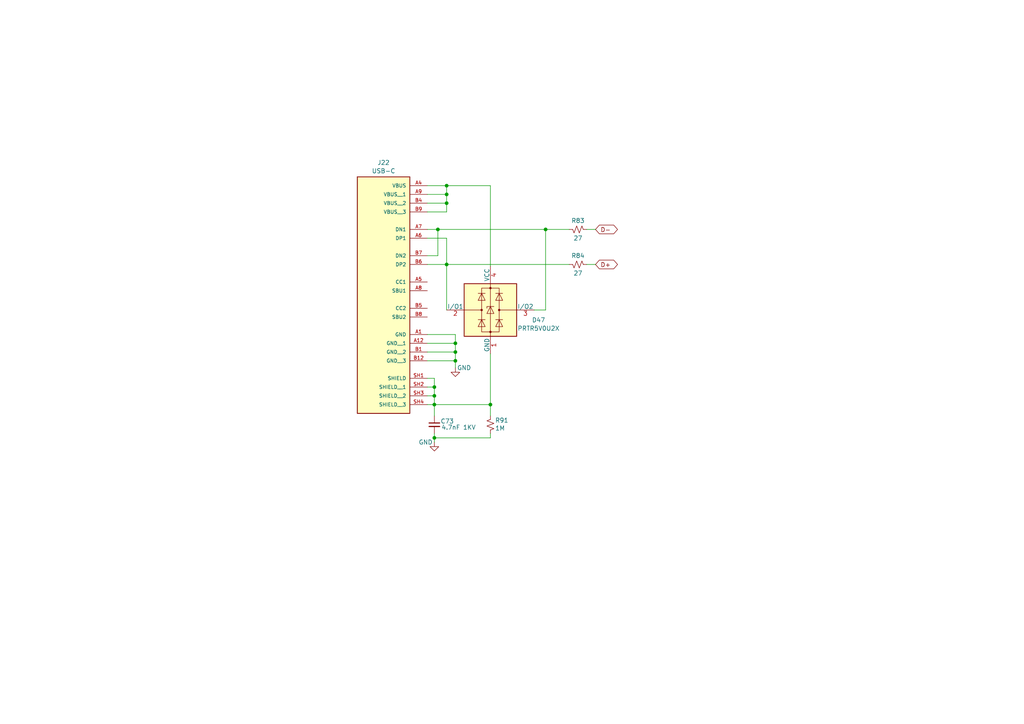
<source format=kicad_sch>
(kicad_sch (version 20231120) (generator "eeschema") (generator_version "8.0")
  (paper "A4")
  (title_block (title "Thor's Arsenal") (rev "0.2"))
  (lib_symbols
    (symbol "Device:C_Small" (pin_numbers hide) (pin_names (offset 0.254) hide)
      (property "Reference" "C" (at 0.254 1.778 0))
      (property "Value" "C_Small" (at 0.254 -2.032 0))
      (symbol "C_Small_0_1"
        (polyline (pts (xy -1.524 -0.508) (xy 1.524 -0.508)) (stroke (width 0.3302)))
        (polyline (pts (xy -1.524 0.508) (xy 1.524 0.508)) (stroke (width 0.3048)))
      )
      (symbol "C_Small_1_1"
        (pin passive line (at 0 2.54 270) (length 2.032) (name "~") (number "1"))
        (pin passive line (at 0 -2.54 90) (length 2.032) (name "~") (number "2"))
      )
    )
    (symbol "Device:R_Small_US" (pin_numbers hide) (pin_names (offset 0.254) hide)
      (property "Reference" "R" (at 0.762 0.508 0))
      (property "Value" "R_Small_US" (at 0.762 -1.016 0))
      (symbol "R_Small_US_1_1"
        (polyline (pts (xy 0 0) (xy 1.016 -0.381) (xy 0 -0.762) (xy -1.016 -1.143) (xy 0 -1.524)))
        (polyline (pts (xy 0 1.524) (xy 1.016 1.143) (xy 0 0.762) (xy -1.016 0.381) (xy 0 0)))
        (pin passive line (at 0 2.54 270) (length 1.016) (name "~") (number "1"))
        (pin passive line (at 0 -2.54 90) (length 1.016) (name "~") (number "2"))
      )
    )
    (symbol "Power_Protection:PRTR5V0U2X" (pin_names (offset 0))
      (property "Reference" "D" (at 2.794 8.636 0))
      (property "Value" "PRTR5V0U2X" (at 8.128 -9.398 0))
      (symbol "PRTR5V0U2X_0_1"
        (rectangle (start -7.62 -7.62) (end 7.62 7.62) (stroke (width 0.254)) (fill (type background)))
        (circle (center -2.54 0) (radius 0.254) (fill (type outline)))
        (rectangle (start -2.54 6.35) (end 2.54 -6.35))
        (circle (center 0 -6.35) (radius 0.254) (fill (type outline)))
        (polyline (pts (xy -2.54 0) (xy -7.62 0)))
        (polyline (pts (xy -1.524 -2.794) (xy -3.556 -2.794)))
        (polyline (pts (xy -1.524 4.826) (xy -3.556 4.826)))
        (polyline (pts (xy 0 -7.62) (xy 0 7.62)))
        (polyline (pts (xy 1.524 -2.794) (xy 3.556 -2.794)))
        (polyline (pts (xy 1.524 4.826) (xy 3.556 4.826)))
        (polyline (pts (xy 2.54 0) (xy 7.62 0)))
        (polyline (pts (xy 1.016 1.016) (xy -1.016 1.016) (xy -1.016 0.508)))
        (polyline (pts (xy -3.556 -4.826) (xy -1.524 -4.826) (xy -2.54 -2.794) (xy -3.556 -4.826)))
        (polyline (pts (xy -3.556 2.794) (xy -1.524 2.794) (xy -2.54 4.826) (xy -3.556 2.794)))
        (polyline (pts (xy -1.016 -1.016) (xy 1.016 -1.016) (xy 0 1.016) (xy -1.016 -1.016)))
        (polyline (pts (xy 3.556 -4.826) (xy 1.524 -4.826) (xy 2.54 -2.794) (xy 3.556 -4.826)))
        (polyline (pts (xy 3.556 2.794) (xy 1.524 2.794) (xy 2.54 4.826) (xy 3.556 2.794)))
        (circle (center 0 6.35) (radius 0.254) (fill (type outline)))
        (circle (center 2.54 0) (radius 0.254) (fill (type outline)))
      )
      (symbol "PRTR5V0U2X_1_1"
        (pin passive line (at 0 -12.7 90) (length 5.08) (name "GND") (number "1"))
        (pin passive line (at -12.7 0 0) (length 5.08) (name "I/O1") (number "2"))
        (pin passive line (at 12.7 0 180) (length 5.08) (name "I/O2") (number "3"))
        (pin passive line (at 0 12.7 270) (length 5.08) (name "VCC") (number "4"))
      )
    )
    (symbol "UJ20-C-V-C-3-SMT-TR:UJ20-C-V-C-3-SMT-TR" (pin_names (offset 1.016))
      (property "Reference" "J" (at -7.62 23.622 0))
      (property "Value" "UJ20-C-V-C-3-SMT-TR" (at -7.62 -48.26 0))
      (symbol "UJ20-C-V-C-3-SMT-TR_0_0"
        (rectangle (start -7.62 -45.72) (end 7.62 22.86) (stroke (width 0.254)) (fill (type background)))
        (pin passive line (at 12.7 -22.86 180) (length 5.08) (name "GND") (number "A1"))
        (pin passive line (at 12.7 -25.4 180) (length 5.08) (name "GND__1") (number "A12"))
        (pin passive line (at 12.7 20.32 180) (length 5.08) (name "VBUS") (number "A4"))
        (pin passive line (at 12.7 -7.62 180) (length 5.08) (name "CC1") (number "A5"))
        (pin passive line (at 12.7 5.08 180) (length 5.08) (name "DP1") (number "A6"))
        (pin passive line (at 12.7 7.62 180) (length 5.08) (name "DN1") (number "A7"))
        (pin passive line (at 12.7 -10.16 180) (length 5.08) (name "SBU1") (number "A8"))
        (pin passive line (at 12.7 17.78 180) (length 5.08) (name "VBUS__1") (number "A9"))
        (pin passive line (at 12.7 -27.94 180) (length 5.08) (name "GND__2") (number "B1"))
        (pin passive line (at 12.7 -30.48 180) (length 5.08) (name "GND__3") (number "B12"))
        (pin passive line (at 12.7 15.24 180) (length 5.08) (name "VBUS__2") (number "B4"))
        (pin passive line (at 12.7 -15.24 180) (length 5.08) (name "CC2") (number "B5"))
        (pin passive line (at 12.7 -2.54 180) (length 5.08) (name "DP2") (number "B6"))
        (pin passive line (at 12.7 0 180) (length 5.08) (name "DN2") (number "B7"))
        (pin passive line (at 12.7 -17.78 180) (length 5.08) (name "SBU2") (number "B8"))
        (pin passive line (at 12.7 12.7 180) (length 5.08) (name "VBUS__3") (number "B9"))
        (pin passive line (at 12.7 -35.56 180) (length 5.08) (name "SHIELD") (number "SH1"))
        (pin passive line (at 12.7 -38.1 180) (length 5.08) (name "SHIELD__1") (number "SH2"))
        (pin passive line (at 12.7 -40.64 180) (length 5.08) (name "SHIELD__2") (number "SH3"))
        (pin passive line (at 12.7 -43.18 180) (length 5.08) (name "SHIELD__3") (number "SH4"))
      )
    )
    (symbol "power:GND" (power) (pin_names (offset 0))
      (property "Value" "GND" (at 0 -3.81 0))
      (symbol "GND_0_1"
        (polyline (pts (xy 0 0) (xy 0 -1.27) (xy 1.27 -1.27) (xy 0 -2.54) (xy -1.27 -1.27) (xy 0 -1.27)))
      )
      (symbol "GND_1_1"
        (pin power_in line (at 0 0 270) (length 0) hide (name "GND") (number "1"))
      )
    )
  )
  (junction (at 132.08 102.108))
  (junction (at 127 66.548))
  (junction (at 129.54 76.708))
  (junction (at 125.984 112.268))
  (junction (at 125.984 127))
  (junction (at 132.08 99.568))
  (junction (at 132.08 104.648))
  (junction (at 125.984 114.808))
  (junction (at 158.242 66.548))
  (junction (at 129.54 58.928))
  (junction (at 129.54 53.848))
  (junction (at 125.984 117.348))
  (junction (at 142.24 117.348))
  (junction (at 129.54 56.388))
  (wire (pts (xy 123.952 58.928) (xy 129.54 58.928)))
  (wire (pts (xy 132.08 102.108) (xy 132.08 104.648)))
  (wire (pts (xy 123.952 56.388) (xy 129.54 56.388)))
  (wire (pts (xy 125.984 117.348) (xy 125.984 120.65)))
  (wire (pts (xy 142.24 125.73) (xy 142.24 127)))
  (wire (pts (xy 125.984 117.348) (xy 142.24 117.348)))
  (wire (pts (xy 158.242 66.548) (xy 158.242 89.916)))
  (wire (pts (xy 123.952 99.568) (xy 132.08 99.568)))
  (wire (pts (xy 142.24 77.216) (xy 142.24 53.848)))
  (wire (pts (xy 123.952 69.088) (xy 129.54 69.088)))
  (wire (pts (xy 123.952 112.268) (xy 125.984 112.268)))
  (wire (pts (xy 129.54 53.848) (xy 142.24 53.848)))
  (wire (pts (xy 125.984 127) (xy 125.984 128.27)))
  (wire (pts (xy 125.984 125.73) (xy 125.984 127)))
  (wire (pts (xy 123.952 117.348) (xy 125.984 117.348)))
  (wire (pts (xy 127 66.548) (xy 158.242 66.548)))
  (wire (pts (xy 127 66.548) (xy 127 74.168)))
  (wire (pts (xy 158.242 89.916) (xy 154.94 89.916)))
  (wire (pts (xy 142.24 127) (xy 125.984 127)))
  (wire (pts (xy 170.18 76.708) (xy 172.72 76.708)))
  (wire (pts (xy 129.54 76.708) (xy 129.54 89.916)))
  (wire (pts (xy 123.952 97.028) (xy 132.08 97.028)))
  (wire (pts (xy 129.54 56.388) (xy 129.54 53.848)))
  (wire (pts (xy 129.54 69.088) (xy 129.54 76.708)))
  (wire (pts (xy 132.08 97.028) (xy 132.08 99.568)))
  (wire (pts (xy 123.952 53.848) (xy 129.54 53.848)))
  (wire (pts (xy 123.952 102.108) (xy 132.08 102.108)))
  (wire (pts (xy 132.08 99.568) (xy 132.08 102.108)))
  (wire (pts (xy 132.08 104.648) (xy 132.08 106.68)))
  (wire (pts (xy 129.54 58.928) (xy 129.54 56.388)))
  (wire (pts (xy 123.952 114.808) (xy 125.984 114.808)))
  (wire (pts (xy 129.54 76.708) (xy 165.1 76.708)))
  (wire (pts (xy 129.54 61.468) (xy 129.54 58.928)))
  (wire (pts (xy 127 74.168) (xy 123.952 74.168)))
  (wire (pts (xy 170.18 66.548) (xy 172.72 66.548)))
  (wire (pts (xy 125.984 114.808) (xy 125.984 117.348)))
  (wire (pts (xy 123.952 109.728) (xy 125.984 109.728)))
  (wire (pts (xy 123.952 76.708) (xy 129.54 76.708)))
  (wire (pts (xy 142.24 120.65) (xy 142.24 117.348)))
  (wire (pts (xy 125.984 112.268) (xy 125.984 114.808)))
  (wire (pts (xy 123.952 66.548) (xy 127 66.548)))
  (wire (pts (xy 125.984 109.728) (xy 125.984 112.268)))
  (wire (pts (xy 142.24 117.348) (xy 142.24 102.616)))
  (wire (pts (xy 123.952 104.648) (xy 132.08 104.648)))
  (wire (pts (xy 123.952 61.468) (xy 129.54 61.468)))
  (wire (pts (xy 158.242 66.548) (xy 165.1 66.548)))
  (global_label "D+" (shape bidirectional) (at 172.72 76.708 0) (property "Intersheetrefs" "${INTERSHEET_REFS}" (effects (hide yes))))
  (global_label "D-" (shape bidirectional) (at 172.72 66.548 0) (property "Intersheetrefs" "${INTERSHEET_REFS}" (effects (hide yes))))
  (symbol (lib_id "power:GND") (at 125.984 128.27 0) (mirror y) (unit 1)
    (property "Reference" "#PWR018" (effects (hide yes)))
    (property "Value" "GND" (at 123.444 128.27 0))
  )
  (symbol (lib_id "Device:R_Small_US") (at 142.24 123.19 0) (mirror y) (unit 1)
    (property "Reference" "R91" (at 145.542 121.92 0))
    (property "Value" "1M" (at 145.034 124.206 0))
    (property "Footprint" "Resistor_SMD:R_0603_1608Metric" (effects (hide yes)))
    (property "LCSC Part #" "C22935" (effects (hide yes)))
  )
  (symbol (lib_id "UJ20-C-V-C-3-SMT-TR:UJ20-C-V-C-3-SMT-TR") (at 111.252 74.168 0) (unit 1)
    (property "Reference" "J22" (at 111.252 47.1635 0))
    (property "Value" "USB-C" (at 111.252 49.5878 0))
    (property "Footprint" "sputterizer:CUI_UJ20-C-V-C-3-SMT-TR" (effects (hide yes)))
    (property "Digi-Key Part" "2223-UJ20-C-V-C-3-SMT-TRCT-ND" (effects (hide yes)))
  )
  (symbol (lib_id "Device:R_Small_US") (at 167.64 76.708 270) (mirror x) (unit 1)
    (property "Reference" "R84" (at 167.64 74.168 90))
    (property "Value" "27" (at 167.64 79.248 90))
    (property "Footprint" "Resistor_SMD:R_0805_2012Metric_Pad1.20x1.40mm_HandSolder" (effects (hide yes)))
    (property "LCSC Part #" "C17594" (effects (hide yes)))
  )
  (symbol (lib_id "Device:R_Small_US") (at 167.64 66.548 270) (mirror x) (unit 1)
    (property "Reference" "R83" (at 167.64 64.008 90))
    (property "Value" "27" (at 167.64 69.088 90))
    (property "Footprint" "Resistor_SMD:R_0805_2012Metric_Pad1.20x1.40mm_HandSolder" (effects (hide yes)))
    (property "LCSC Part #" "C17594" (effects (hide yes)))
  )
  (symbol (lib_id "power:GND") (at 132.08 106.68 0) (mirror y) (unit 1)
    (property "Reference" "#PWR041" (effects (hide yes)))
    (property "Value" "GND" (at 134.62 106.68 0))
  )
  (symbol (lib_id "Power_Protection:PRTR5V0U2X") (at 142.24 89.916 0) (unit 1)
    (property "Reference" "D47" (at 156.21 92.8257 0))
    (property "Value" "PRTR5V0U2X" (at 156.21 95.25 0))
    (property "Footprint" "Package_TO_SOT_SMD:SOT-143" (effects (hide yes)))
    (property "Datasheet" "https://assets.nexperia.com/documents/data-sheet/PRTR5V0U2X.pdf" (effects (hide yes)))
    (property "Description" "Ultra low capacitance double rail-to-rail ESD protection diode, SOT-143" (effects (hide yes)))
    (property "LCSC Part #" "C12333" (effects (hide yes)))
  )
  (symbol (lib_id "Device:C_Small") (at 125.984 123.19 0) (unit 1)
    (property "Reference" "C73" (at 127.762 122.174 0) (effects (justify left)))
    (property "Value" "4.7nF 1KV" (at 128.016 123.952 0) (effects (justify left)))
    (property "Footprint" "Capacitor_SMD:C_0805_2012Metric" (effects (hide yes)))
    (property "Datasheet" "https://wmsc.lcsc.com/wmsc/upload/file/pdf/v2/lcsc/2304140030_Murata-Electronics-GRM21BR61E226ME44L_C86816.pdf" (effects (hide yes)))
    (property "Digi-Key Part" "1276-1029-1-ND" (effects (hide yes)))
    (property "LCSC Part #" "C565695" (effects (hide yes)))
  )
)
</source>
